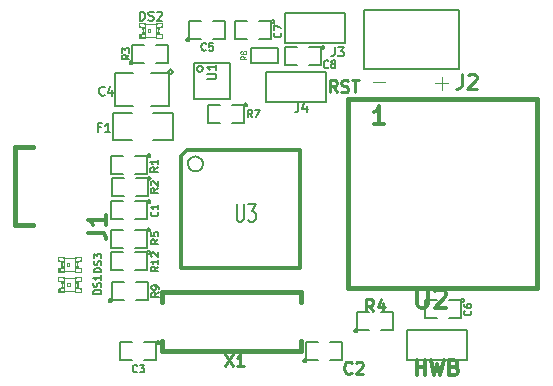
<source format=gto>
G04 (created by PCBNEW-RS274X (2012-01-19 BZR 3256)-stable) date 12/5/2012 9:45:34 AM*
G01*
G70*
G90*
%MOIN*%
G04 Gerber Fmt 3.4, Leading zero omitted, Abs format*
%FSLAX34Y34*%
G04 APERTURE LIST*
%ADD10C,0.006000*%
%ADD11C,0.012500*%
%ADD12C,0.010000*%
%ADD13C,0.008000*%
%ADD14C,0.005000*%
%ADD15C,0.015000*%
%ADD16C,0.012000*%
%ADD17C,0.002600*%
%ADD18C,0.004000*%
%ADD19C,0.002000*%
%ADD20C,0.003500*%
%ADD21C,0.004500*%
G04 APERTURE END LIST*
G54D10*
G54D11*
X69872Y-44782D02*
X69872Y-44282D01*
X69872Y-44520D02*
X70158Y-44520D01*
X70158Y-44782D02*
X70158Y-44282D01*
X70348Y-44282D02*
X70467Y-44782D01*
X70563Y-44425D01*
X70658Y-44782D01*
X70777Y-44282D01*
X71134Y-44520D02*
X71205Y-44544D01*
X71229Y-44568D01*
X71253Y-44616D01*
X71253Y-44687D01*
X71229Y-44735D01*
X71205Y-44759D01*
X71158Y-44782D01*
X70967Y-44782D01*
X70967Y-44282D01*
X71134Y-44282D01*
X71181Y-44306D01*
X71205Y-44330D01*
X71229Y-44378D01*
X71229Y-44425D01*
X71205Y-44473D01*
X71181Y-44497D01*
X71134Y-44520D01*
X70967Y-44520D01*
G54D12*
X67212Y-35358D02*
X67078Y-35167D01*
X66983Y-35358D02*
X66983Y-34958D01*
X67136Y-34958D01*
X67174Y-34977D01*
X67193Y-34996D01*
X67212Y-35034D01*
X67212Y-35091D01*
X67193Y-35129D01*
X67174Y-35148D01*
X67136Y-35167D01*
X66983Y-35167D01*
X67364Y-35339D02*
X67421Y-35358D01*
X67517Y-35358D01*
X67555Y-35339D01*
X67574Y-35320D01*
X67593Y-35282D01*
X67593Y-35244D01*
X67574Y-35206D01*
X67555Y-35186D01*
X67517Y-35167D01*
X67440Y-35148D01*
X67402Y-35129D01*
X67383Y-35110D01*
X67364Y-35072D01*
X67364Y-35034D01*
X67383Y-34996D01*
X67402Y-34977D01*
X67440Y-34958D01*
X67536Y-34958D01*
X67593Y-34977D01*
X67707Y-34958D02*
X67936Y-34958D01*
X67821Y-35358D02*
X67821Y-34958D01*
G54D13*
X68126Y-32616D02*
X71274Y-32616D01*
X71274Y-32616D02*
X71274Y-34584D01*
X68126Y-34584D02*
X68126Y-32616D01*
X71274Y-34584D02*
X68126Y-34584D01*
G54D14*
X68815Y-32616D02*
X70585Y-32616D01*
X71274Y-33796D02*
X71274Y-34584D01*
X71274Y-34584D02*
X70388Y-34584D01*
X69012Y-34584D02*
X68126Y-34584D01*
X68126Y-34584D02*
X68126Y-33796D01*
G54D13*
X62742Y-34572D02*
X62740Y-34591D01*
X62734Y-34610D01*
X62725Y-34627D01*
X62712Y-34642D01*
X62697Y-34654D01*
X62680Y-34664D01*
X62662Y-34669D01*
X62642Y-34671D01*
X62624Y-34670D01*
X62605Y-34664D01*
X62588Y-34655D01*
X62573Y-34643D01*
X62560Y-34628D01*
X62551Y-34611D01*
X62545Y-34592D01*
X62543Y-34573D01*
X62544Y-34554D01*
X62550Y-34536D01*
X62558Y-34518D01*
X62571Y-34503D01*
X62585Y-34490D01*
X62602Y-34481D01*
X62621Y-34475D01*
X62640Y-34473D01*
X62659Y-34474D01*
X62678Y-34479D01*
X62695Y-34488D01*
X62710Y-34500D01*
X62723Y-34515D01*
X62733Y-34532D01*
X62739Y-34550D01*
X62741Y-34570D01*
X62742Y-34572D01*
X62442Y-35572D02*
X62442Y-34372D01*
X62442Y-34372D02*
X63642Y-34372D01*
X63642Y-34372D02*
X63642Y-35572D01*
X63642Y-35572D02*
X62442Y-35572D01*
G54D15*
X56500Y-37201D02*
X57091Y-37201D01*
X56500Y-39799D02*
X57091Y-39799D01*
X56500Y-37201D02*
X56500Y-39799D01*
G54D14*
X61000Y-37470D02*
X60999Y-37479D01*
X60996Y-37489D01*
X60991Y-37497D01*
X60985Y-37505D01*
X60977Y-37511D01*
X60969Y-37516D01*
X60960Y-37518D01*
X60950Y-37519D01*
X60941Y-37519D01*
X60932Y-37516D01*
X60923Y-37511D01*
X60916Y-37505D01*
X60909Y-37498D01*
X60905Y-37489D01*
X60902Y-37480D01*
X60901Y-37470D01*
X60901Y-37461D01*
X60904Y-37452D01*
X60908Y-37443D01*
X60915Y-37436D01*
X60922Y-37429D01*
X60930Y-37425D01*
X60940Y-37422D01*
X60949Y-37421D01*
X60958Y-37421D01*
X60968Y-37424D01*
X60976Y-37428D01*
X60984Y-37434D01*
X60990Y-37442D01*
X60995Y-37450D01*
X60998Y-37459D01*
X60999Y-37469D01*
X61000Y-37470D01*
X60500Y-37470D02*
X60900Y-37470D01*
X60900Y-37470D02*
X60900Y-38070D01*
X60900Y-38070D02*
X60500Y-38070D01*
X60100Y-38070D02*
X59700Y-38070D01*
X59700Y-38070D02*
X59700Y-37470D01*
X59700Y-37470D02*
X60100Y-37470D01*
X61003Y-38220D02*
X61002Y-38229D01*
X60999Y-38239D01*
X60994Y-38247D01*
X60988Y-38255D01*
X60980Y-38261D01*
X60972Y-38266D01*
X60963Y-38268D01*
X60953Y-38269D01*
X60944Y-38269D01*
X60935Y-38266D01*
X60926Y-38261D01*
X60919Y-38255D01*
X60912Y-38248D01*
X60908Y-38239D01*
X60905Y-38230D01*
X60904Y-38220D01*
X60904Y-38211D01*
X60907Y-38202D01*
X60911Y-38193D01*
X60918Y-38186D01*
X60925Y-38179D01*
X60933Y-38175D01*
X60943Y-38172D01*
X60952Y-38171D01*
X60961Y-38171D01*
X60971Y-38174D01*
X60979Y-38178D01*
X60987Y-38184D01*
X60993Y-38192D01*
X60998Y-38200D01*
X61001Y-38209D01*
X61002Y-38219D01*
X61003Y-38220D01*
X60503Y-38220D02*
X60903Y-38220D01*
X60903Y-38220D02*
X60903Y-38820D01*
X60903Y-38820D02*
X60503Y-38820D01*
X60103Y-38820D02*
X59703Y-38820D01*
X59703Y-38820D02*
X59703Y-38220D01*
X59703Y-38220D02*
X60103Y-38220D01*
X60402Y-34370D02*
X60401Y-34379D01*
X60398Y-34389D01*
X60393Y-34397D01*
X60387Y-34405D01*
X60379Y-34411D01*
X60371Y-34416D01*
X60362Y-34418D01*
X60352Y-34419D01*
X60343Y-34419D01*
X60334Y-34416D01*
X60325Y-34411D01*
X60318Y-34405D01*
X60311Y-34398D01*
X60307Y-34389D01*
X60304Y-34380D01*
X60303Y-34370D01*
X60303Y-34361D01*
X60306Y-34352D01*
X60310Y-34343D01*
X60317Y-34336D01*
X60324Y-34329D01*
X60332Y-34325D01*
X60342Y-34322D01*
X60351Y-34321D01*
X60360Y-34321D01*
X60370Y-34324D01*
X60378Y-34328D01*
X60386Y-34334D01*
X60392Y-34342D01*
X60397Y-34350D01*
X60400Y-34359D01*
X60401Y-34369D01*
X60402Y-34370D01*
X60802Y-34370D02*
X60402Y-34370D01*
X60402Y-34370D02*
X60402Y-33770D01*
X60402Y-33770D02*
X60802Y-33770D01*
X61202Y-33770D02*
X61602Y-33770D01*
X61602Y-33770D02*
X61602Y-34370D01*
X61602Y-34370D02*
X61202Y-34370D01*
X67900Y-43300D02*
X67899Y-43309D01*
X67896Y-43319D01*
X67891Y-43327D01*
X67885Y-43335D01*
X67877Y-43341D01*
X67869Y-43346D01*
X67860Y-43348D01*
X67850Y-43349D01*
X67841Y-43349D01*
X67832Y-43346D01*
X67823Y-43341D01*
X67816Y-43335D01*
X67809Y-43328D01*
X67805Y-43319D01*
X67802Y-43310D01*
X67801Y-43300D01*
X67801Y-43291D01*
X67804Y-43282D01*
X67808Y-43273D01*
X67815Y-43266D01*
X67822Y-43259D01*
X67830Y-43255D01*
X67840Y-43252D01*
X67849Y-43251D01*
X67858Y-43251D01*
X67868Y-43254D01*
X67876Y-43258D01*
X67884Y-43264D01*
X67890Y-43272D01*
X67895Y-43280D01*
X67898Y-43289D01*
X67899Y-43299D01*
X67900Y-43300D01*
X68300Y-43300D02*
X67900Y-43300D01*
X67900Y-43300D02*
X67900Y-42700D01*
X67900Y-42700D02*
X68300Y-42700D01*
X68700Y-42700D02*
X69100Y-42700D01*
X69100Y-42700D02*
X69100Y-43300D01*
X69100Y-43300D02*
X68700Y-43300D01*
X60991Y-39944D02*
X60990Y-39953D01*
X60987Y-39963D01*
X60982Y-39971D01*
X60976Y-39979D01*
X60968Y-39985D01*
X60960Y-39990D01*
X60951Y-39992D01*
X60941Y-39993D01*
X60932Y-39993D01*
X60923Y-39990D01*
X60914Y-39985D01*
X60907Y-39979D01*
X60900Y-39972D01*
X60896Y-39963D01*
X60893Y-39954D01*
X60892Y-39944D01*
X60892Y-39935D01*
X60895Y-39926D01*
X60899Y-39917D01*
X60906Y-39910D01*
X60913Y-39903D01*
X60921Y-39899D01*
X60931Y-39896D01*
X60940Y-39895D01*
X60949Y-39895D01*
X60959Y-39898D01*
X60967Y-39902D01*
X60975Y-39908D01*
X60981Y-39916D01*
X60986Y-39924D01*
X60989Y-39933D01*
X60990Y-39943D01*
X60991Y-39944D01*
X60491Y-39944D02*
X60891Y-39944D01*
X60891Y-39944D02*
X60891Y-40544D01*
X60891Y-40544D02*
X60491Y-40544D01*
X60091Y-40544D02*
X59691Y-40544D01*
X59691Y-40544D02*
X59691Y-39944D01*
X59691Y-39944D02*
X60091Y-39944D01*
X64220Y-35780D02*
X64219Y-35789D01*
X64216Y-35799D01*
X64211Y-35807D01*
X64205Y-35815D01*
X64197Y-35821D01*
X64189Y-35826D01*
X64180Y-35828D01*
X64170Y-35829D01*
X64161Y-35829D01*
X64152Y-35826D01*
X64143Y-35821D01*
X64136Y-35815D01*
X64129Y-35808D01*
X64125Y-35799D01*
X64122Y-35790D01*
X64121Y-35780D01*
X64121Y-35771D01*
X64124Y-35762D01*
X64128Y-35753D01*
X64135Y-35746D01*
X64142Y-35739D01*
X64150Y-35735D01*
X64160Y-35732D01*
X64169Y-35731D01*
X64178Y-35731D01*
X64188Y-35734D01*
X64196Y-35738D01*
X64204Y-35744D01*
X64210Y-35752D01*
X64215Y-35760D01*
X64218Y-35769D01*
X64219Y-35779D01*
X64220Y-35780D01*
X63720Y-35780D02*
X64120Y-35780D01*
X64120Y-35780D02*
X64120Y-36380D01*
X64120Y-36380D02*
X63720Y-36380D01*
X63320Y-36380D02*
X62920Y-36380D01*
X62920Y-36380D02*
X62920Y-35780D01*
X62920Y-35780D02*
X63320Y-35780D01*
X59705Y-42294D02*
X59704Y-42303D01*
X59701Y-42313D01*
X59696Y-42321D01*
X59690Y-42329D01*
X59682Y-42335D01*
X59674Y-42340D01*
X59665Y-42342D01*
X59655Y-42343D01*
X59646Y-42343D01*
X59637Y-42340D01*
X59628Y-42335D01*
X59621Y-42329D01*
X59614Y-42322D01*
X59610Y-42313D01*
X59607Y-42304D01*
X59606Y-42294D01*
X59606Y-42285D01*
X59609Y-42276D01*
X59613Y-42267D01*
X59620Y-42260D01*
X59627Y-42253D01*
X59635Y-42249D01*
X59645Y-42246D01*
X59654Y-42245D01*
X59663Y-42245D01*
X59673Y-42248D01*
X59681Y-42252D01*
X59689Y-42258D01*
X59695Y-42266D01*
X59700Y-42274D01*
X59703Y-42283D01*
X59704Y-42293D01*
X59705Y-42294D01*
X60105Y-42294D02*
X59705Y-42294D01*
X59705Y-42294D02*
X59705Y-41694D01*
X59705Y-41694D02*
X60105Y-41694D01*
X60505Y-41694D02*
X60905Y-41694D01*
X60905Y-41694D02*
X60905Y-42294D01*
X60905Y-42294D02*
X60505Y-42294D01*
G54D16*
X65970Y-37280D02*
X65970Y-41220D01*
X65970Y-41220D02*
X62030Y-41220D01*
X62030Y-37470D02*
X62030Y-41220D01*
X62220Y-37280D02*
X65970Y-37280D01*
X62030Y-37470D02*
X62220Y-37280D01*
G54D13*
X62750Y-37750D02*
X62745Y-37798D01*
X62731Y-37845D01*
X62708Y-37888D01*
X62677Y-37926D01*
X62639Y-37957D01*
X62596Y-37980D01*
X62550Y-37994D01*
X62501Y-37999D01*
X62454Y-37995D01*
X62407Y-37981D01*
X62364Y-37959D01*
X62326Y-37928D01*
X62294Y-37891D01*
X62271Y-37848D01*
X62256Y-37801D01*
X62251Y-37753D01*
X62255Y-37705D01*
X62268Y-37658D01*
X62290Y-37615D01*
X62321Y-37577D01*
X62358Y-37545D01*
X62400Y-37521D01*
X62447Y-37506D01*
X62495Y-37501D01*
X62543Y-37504D01*
X62590Y-37517D01*
X62633Y-37539D01*
X62672Y-37569D01*
X62704Y-37606D01*
X62728Y-37649D01*
X62743Y-37695D01*
X62749Y-37744D01*
X62750Y-37750D01*
G54D17*
X60806Y-33182D02*
X60806Y-33054D01*
X60806Y-33054D02*
X60609Y-33054D01*
X60609Y-33182D02*
X60609Y-33054D01*
X60806Y-33182D02*
X60609Y-33182D01*
X60806Y-33427D02*
X60806Y-33368D01*
X60806Y-33368D02*
X60707Y-33368D01*
X60707Y-33427D02*
X60707Y-33368D01*
X60806Y-33427D02*
X60707Y-33427D01*
X60806Y-33232D02*
X60806Y-33173D01*
X60806Y-33173D02*
X60707Y-33173D01*
X60707Y-33232D02*
X60707Y-33173D01*
X60806Y-33232D02*
X60707Y-33232D01*
X60806Y-33378D02*
X60806Y-33222D01*
X60806Y-33222D02*
X60737Y-33222D01*
X60737Y-33378D02*
X60737Y-33222D01*
X60806Y-33378D02*
X60737Y-33378D01*
X61395Y-33182D02*
X61395Y-33054D01*
X61395Y-33054D02*
X61198Y-33054D01*
X61198Y-33182D02*
X61198Y-33054D01*
X61395Y-33182D02*
X61198Y-33182D01*
X61395Y-33546D02*
X61395Y-33418D01*
X61395Y-33418D02*
X61198Y-33418D01*
X61198Y-33546D02*
X61198Y-33418D01*
X61395Y-33546D02*
X61198Y-33546D01*
X61297Y-33232D02*
X61297Y-33173D01*
X61297Y-33173D02*
X61198Y-33173D01*
X61198Y-33232D02*
X61198Y-33173D01*
X61297Y-33232D02*
X61198Y-33232D01*
X61297Y-33427D02*
X61297Y-33368D01*
X61297Y-33368D02*
X61198Y-33368D01*
X61198Y-33427D02*
X61198Y-33368D01*
X61297Y-33427D02*
X61198Y-33427D01*
X61267Y-33378D02*
X61267Y-33222D01*
X61267Y-33222D02*
X61198Y-33222D01*
X61198Y-33378D02*
X61198Y-33222D01*
X61267Y-33378D02*
X61198Y-33378D01*
X61002Y-33339D02*
X61002Y-33261D01*
X61002Y-33261D02*
X60924Y-33261D01*
X60924Y-33339D02*
X60924Y-33261D01*
X61002Y-33339D02*
X60924Y-33339D01*
X60806Y-33536D02*
X60806Y-33418D01*
X60806Y-33418D02*
X60688Y-33418D01*
X60688Y-33536D02*
X60688Y-33418D01*
X60806Y-33536D02*
X60688Y-33536D01*
X60638Y-33546D02*
X60638Y-33457D01*
X60638Y-33457D02*
X60609Y-33457D01*
X60609Y-33546D02*
X60609Y-33457D01*
X60638Y-33546D02*
X60609Y-33546D01*
G54D18*
X60796Y-33074D02*
X61208Y-33074D01*
X61198Y-33526D02*
X60638Y-33526D01*
G54D19*
X60696Y-33477D02*
X60695Y-33482D01*
X60693Y-33487D01*
X60691Y-33492D01*
X60687Y-33496D01*
X60683Y-33500D01*
X60678Y-33502D01*
X60673Y-33504D01*
X60668Y-33504D01*
X60663Y-33504D01*
X60658Y-33502D01*
X60653Y-33500D01*
X60649Y-33497D01*
X60645Y-33492D01*
X60643Y-33488D01*
X60641Y-33482D01*
X60641Y-33477D01*
X60641Y-33472D01*
X60642Y-33467D01*
X60645Y-33462D01*
X60648Y-33458D01*
X60653Y-33455D01*
X60657Y-33452D01*
X60662Y-33450D01*
X60668Y-33450D01*
X60672Y-33450D01*
X60678Y-33451D01*
X60683Y-33454D01*
X60687Y-33457D01*
X60690Y-33461D01*
X60693Y-33466D01*
X60695Y-33471D01*
X60695Y-33477D01*
X60696Y-33477D01*
G54D18*
X60609Y-33437D02*
X60620Y-33436D01*
X60632Y-33434D01*
X60644Y-33432D01*
X60655Y-33428D01*
X60666Y-33424D01*
X60677Y-33418D01*
X60687Y-33412D01*
X60697Y-33404D01*
X60705Y-33396D01*
X60713Y-33388D01*
X60721Y-33378D01*
X60727Y-33368D01*
X60733Y-33357D01*
X60737Y-33346D01*
X60741Y-33335D01*
X60743Y-33323D01*
X60745Y-33311D01*
X60746Y-33300D01*
X60745Y-33289D01*
X60743Y-33277D01*
X60741Y-33265D01*
X60737Y-33254D01*
X60733Y-33243D01*
X60727Y-33232D01*
X60721Y-33222D01*
X60713Y-33212D01*
X60705Y-33204D01*
X60697Y-33196D01*
X60687Y-33188D01*
X60677Y-33182D01*
X60666Y-33176D01*
X60655Y-33172D01*
X60644Y-33168D01*
X60632Y-33166D01*
X60620Y-33164D01*
X60609Y-33163D01*
X61395Y-33163D02*
X61384Y-33164D01*
X61372Y-33166D01*
X61360Y-33168D01*
X61349Y-33172D01*
X61338Y-33176D01*
X61327Y-33182D01*
X61317Y-33188D01*
X61307Y-33196D01*
X61299Y-33204D01*
X61291Y-33212D01*
X61283Y-33222D01*
X61277Y-33232D01*
X61271Y-33243D01*
X61267Y-33254D01*
X61263Y-33265D01*
X61261Y-33277D01*
X61259Y-33289D01*
X61258Y-33300D01*
X61259Y-33311D01*
X61261Y-33323D01*
X61263Y-33335D01*
X61267Y-33346D01*
X61271Y-33357D01*
X61277Y-33368D01*
X61283Y-33378D01*
X61291Y-33388D01*
X61299Y-33396D01*
X61307Y-33404D01*
X61317Y-33412D01*
X61327Y-33418D01*
X61338Y-33424D01*
X61349Y-33428D01*
X61360Y-33432D01*
X61372Y-33434D01*
X61384Y-33436D01*
X61395Y-33437D01*
G54D14*
X60991Y-40691D02*
X60990Y-40700D01*
X60987Y-40710D01*
X60982Y-40718D01*
X60976Y-40726D01*
X60968Y-40732D01*
X60960Y-40737D01*
X60951Y-40739D01*
X60941Y-40740D01*
X60932Y-40740D01*
X60923Y-40737D01*
X60914Y-40732D01*
X60907Y-40726D01*
X60900Y-40719D01*
X60896Y-40710D01*
X60893Y-40701D01*
X60892Y-40691D01*
X60892Y-40682D01*
X60895Y-40673D01*
X60899Y-40664D01*
X60906Y-40657D01*
X60913Y-40650D01*
X60921Y-40646D01*
X60931Y-40643D01*
X60940Y-40642D01*
X60949Y-40642D01*
X60959Y-40645D01*
X60967Y-40649D01*
X60975Y-40655D01*
X60981Y-40663D01*
X60986Y-40671D01*
X60989Y-40680D01*
X60990Y-40690D01*
X60991Y-40691D01*
X60491Y-40691D02*
X60891Y-40691D01*
X60891Y-40691D02*
X60891Y-41291D01*
X60891Y-41291D02*
X60491Y-41291D01*
X60091Y-41291D02*
X59691Y-41291D01*
X59691Y-41291D02*
X59691Y-40691D01*
X59691Y-40691D02*
X60091Y-40691D01*
G54D10*
X65500Y-33725D02*
X65500Y-32725D01*
X65500Y-32725D02*
X67500Y-32725D01*
X67500Y-32725D02*
X67500Y-33725D01*
X67500Y-33725D02*
X65500Y-33725D01*
G54D14*
X61000Y-39000D02*
X60999Y-39009D01*
X60996Y-39019D01*
X60991Y-39027D01*
X60985Y-39035D01*
X60977Y-39041D01*
X60969Y-39046D01*
X60960Y-39048D01*
X60950Y-39049D01*
X60941Y-39049D01*
X60932Y-39046D01*
X60923Y-39041D01*
X60916Y-39035D01*
X60909Y-39028D01*
X60905Y-39019D01*
X60902Y-39010D01*
X60901Y-39000D01*
X60901Y-38991D01*
X60904Y-38982D01*
X60908Y-38973D01*
X60915Y-38966D01*
X60922Y-38959D01*
X60930Y-38955D01*
X60940Y-38952D01*
X60949Y-38951D01*
X60958Y-38951D01*
X60968Y-38954D01*
X60976Y-38958D01*
X60984Y-38964D01*
X60990Y-38972D01*
X60995Y-38980D01*
X60998Y-38989D01*
X60999Y-38999D01*
X61000Y-39000D01*
X60500Y-39000D02*
X60900Y-39000D01*
X60900Y-39000D02*
X60900Y-39600D01*
X60900Y-39600D02*
X60500Y-39600D01*
X60100Y-39600D02*
X59700Y-39600D01*
X59700Y-39600D02*
X59700Y-39000D01*
X59700Y-39000D02*
X60100Y-39000D01*
X66200Y-44300D02*
X66199Y-44309D01*
X66196Y-44319D01*
X66191Y-44327D01*
X66185Y-44335D01*
X66177Y-44341D01*
X66169Y-44346D01*
X66160Y-44348D01*
X66150Y-44349D01*
X66141Y-44349D01*
X66132Y-44346D01*
X66123Y-44341D01*
X66116Y-44335D01*
X66109Y-44328D01*
X66105Y-44319D01*
X66102Y-44310D01*
X66101Y-44300D01*
X66101Y-44291D01*
X66104Y-44282D01*
X66108Y-44273D01*
X66115Y-44266D01*
X66122Y-44259D01*
X66130Y-44255D01*
X66140Y-44252D01*
X66149Y-44251D01*
X66158Y-44251D01*
X66168Y-44254D01*
X66176Y-44258D01*
X66184Y-44264D01*
X66190Y-44272D01*
X66195Y-44280D01*
X66198Y-44289D01*
X66199Y-44299D01*
X66200Y-44300D01*
X66600Y-44300D02*
X66200Y-44300D01*
X66200Y-44300D02*
X66200Y-43700D01*
X66200Y-43700D02*
X66600Y-43700D01*
X67000Y-43700D02*
X67400Y-43700D01*
X67400Y-43700D02*
X67400Y-44300D01*
X67400Y-44300D02*
X67000Y-44300D01*
X61300Y-43700D02*
X61299Y-43709D01*
X61296Y-43719D01*
X61291Y-43727D01*
X61285Y-43735D01*
X61277Y-43741D01*
X61269Y-43746D01*
X61260Y-43748D01*
X61250Y-43749D01*
X61241Y-43749D01*
X61232Y-43746D01*
X61223Y-43741D01*
X61216Y-43735D01*
X61209Y-43728D01*
X61205Y-43719D01*
X61202Y-43710D01*
X61201Y-43700D01*
X61201Y-43691D01*
X61204Y-43682D01*
X61208Y-43673D01*
X61215Y-43666D01*
X61222Y-43659D01*
X61230Y-43655D01*
X61240Y-43652D01*
X61249Y-43651D01*
X61258Y-43651D01*
X61268Y-43654D01*
X61276Y-43658D01*
X61284Y-43664D01*
X61290Y-43672D01*
X61295Y-43680D01*
X61298Y-43689D01*
X61299Y-43699D01*
X61300Y-43700D01*
X60800Y-43700D02*
X61200Y-43700D01*
X61200Y-43700D02*
X61200Y-44300D01*
X61200Y-44300D02*
X60800Y-44300D01*
X60400Y-44300D02*
X60000Y-44300D01*
X60000Y-44300D02*
X60000Y-43700D01*
X60000Y-43700D02*
X60400Y-43700D01*
X61740Y-34670D02*
X61738Y-34683D01*
X61734Y-34696D01*
X61728Y-34708D01*
X61719Y-34719D01*
X61709Y-34728D01*
X61697Y-34734D01*
X61684Y-34738D01*
X61670Y-34739D01*
X61657Y-34738D01*
X61644Y-34734D01*
X61632Y-34728D01*
X61622Y-34720D01*
X61613Y-34709D01*
X61606Y-34697D01*
X61602Y-34684D01*
X61601Y-34670D01*
X61602Y-34658D01*
X61605Y-34645D01*
X61612Y-34633D01*
X61620Y-34622D01*
X61631Y-34613D01*
X61642Y-34606D01*
X61655Y-34602D01*
X61669Y-34601D01*
X61682Y-34602D01*
X61695Y-34605D01*
X61707Y-34611D01*
X61718Y-34620D01*
X61727Y-34630D01*
X61733Y-34642D01*
X61738Y-34655D01*
X61739Y-34669D01*
X61740Y-34670D01*
X61020Y-35820D02*
X61620Y-35820D01*
X61620Y-35820D02*
X61620Y-34720D01*
X61620Y-34720D02*
X61020Y-34720D01*
X60420Y-34720D02*
X59820Y-34720D01*
X59820Y-34720D02*
X59820Y-35820D01*
X59820Y-35820D02*
X60420Y-35820D01*
X62300Y-33600D02*
X62299Y-33609D01*
X62296Y-33619D01*
X62291Y-33627D01*
X62285Y-33635D01*
X62277Y-33641D01*
X62269Y-33646D01*
X62260Y-33648D01*
X62250Y-33649D01*
X62241Y-33649D01*
X62232Y-33646D01*
X62223Y-33641D01*
X62216Y-33635D01*
X62209Y-33628D01*
X62205Y-33619D01*
X62202Y-33610D01*
X62201Y-33600D01*
X62201Y-33591D01*
X62204Y-33582D01*
X62208Y-33573D01*
X62215Y-33566D01*
X62222Y-33559D01*
X62230Y-33555D01*
X62240Y-33552D01*
X62249Y-33551D01*
X62258Y-33551D01*
X62268Y-33554D01*
X62276Y-33558D01*
X62284Y-33564D01*
X62290Y-33572D01*
X62295Y-33580D01*
X62298Y-33589D01*
X62299Y-33599D01*
X62300Y-33600D01*
X62700Y-33600D02*
X62300Y-33600D01*
X62300Y-33600D02*
X62300Y-33000D01*
X62300Y-33000D02*
X62700Y-33000D01*
X63100Y-33000D02*
X63500Y-33000D01*
X63500Y-33000D02*
X63500Y-33600D01*
X63500Y-33600D02*
X63100Y-33600D01*
X71450Y-42300D02*
X71449Y-42309D01*
X71446Y-42319D01*
X71441Y-42327D01*
X71435Y-42335D01*
X71427Y-42341D01*
X71419Y-42346D01*
X71410Y-42348D01*
X71400Y-42349D01*
X71391Y-42349D01*
X71382Y-42346D01*
X71373Y-42341D01*
X71366Y-42335D01*
X71359Y-42328D01*
X71355Y-42319D01*
X71352Y-42310D01*
X71351Y-42300D01*
X71351Y-42291D01*
X71354Y-42282D01*
X71358Y-42273D01*
X71365Y-42266D01*
X71372Y-42259D01*
X71380Y-42255D01*
X71390Y-42252D01*
X71399Y-42251D01*
X71408Y-42251D01*
X71418Y-42254D01*
X71426Y-42258D01*
X71434Y-42264D01*
X71440Y-42272D01*
X71445Y-42280D01*
X71448Y-42289D01*
X71449Y-42299D01*
X71450Y-42300D01*
X70950Y-42300D02*
X71350Y-42300D01*
X71350Y-42300D02*
X71350Y-42900D01*
X71350Y-42900D02*
X70950Y-42900D01*
X70550Y-42900D02*
X70150Y-42900D01*
X70150Y-42900D02*
X70150Y-42300D01*
X70150Y-42300D02*
X70550Y-42300D01*
X65125Y-33000D02*
X65124Y-33009D01*
X65121Y-33019D01*
X65116Y-33027D01*
X65110Y-33035D01*
X65102Y-33041D01*
X65094Y-33046D01*
X65085Y-33048D01*
X65075Y-33049D01*
X65066Y-33049D01*
X65057Y-33046D01*
X65048Y-33041D01*
X65041Y-33035D01*
X65034Y-33028D01*
X65030Y-33019D01*
X65027Y-33010D01*
X65026Y-33000D01*
X65026Y-32991D01*
X65029Y-32982D01*
X65033Y-32973D01*
X65040Y-32966D01*
X65047Y-32959D01*
X65055Y-32955D01*
X65065Y-32952D01*
X65074Y-32951D01*
X65083Y-32951D01*
X65093Y-32954D01*
X65101Y-32958D01*
X65109Y-32964D01*
X65115Y-32972D01*
X65120Y-32980D01*
X65123Y-32989D01*
X65124Y-32999D01*
X65125Y-33000D01*
X64625Y-33000D02*
X65025Y-33000D01*
X65025Y-33000D02*
X65025Y-33600D01*
X65025Y-33600D02*
X64625Y-33600D01*
X64225Y-33600D02*
X63825Y-33600D01*
X63825Y-33600D02*
X63825Y-33000D01*
X63825Y-33000D02*
X64225Y-33000D01*
X66801Y-33853D02*
X66800Y-33862D01*
X66797Y-33872D01*
X66792Y-33880D01*
X66786Y-33888D01*
X66778Y-33894D01*
X66770Y-33899D01*
X66761Y-33901D01*
X66751Y-33902D01*
X66742Y-33902D01*
X66733Y-33899D01*
X66724Y-33894D01*
X66717Y-33888D01*
X66710Y-33881D01*
X66706Y-33872D01*
X66703Y-33863D01*
X66702Y-33853D01*
X66702Y-33844D01*
X66705Y-33835D01*
X66709Y-33826D01*
X66716Y-33819D01*
X66723Y-33812D01*
X66731Y-33808D01*
X66741Y-33805D01*
X66750Y-33804D01*
X66759Y-33804D01*
X66769Y-33807D01*
X66777Y-33811D01*
X66785Y-33817D01*
X66791Y-33825D01*
X66796Y-33833D01*
X66799Y-33842D01*
X66800Y-33852D01*
X66801Y-33853D01*
X66301Y-33853D02*
X66701Y-33853D01*
X66701Y-33853D02*
X66701Y-34453D01*
X66701Y-34453D02*
X66301Y-34453D01*
X65901Y-34453D02*
X65501Y-34453D01*
X65501Y-34453D02*
X65501Y-33853D01*
X65501Y-33853D02*
X65901Y-33853D01*
X61746Y-36941D02*
X61746Y-36041D01*
X61746Y-36041D02*
X61096Y-36041D01*
X60396Y-36941D02*
X59746Y-36941D01*
X59746Y-36941D02*
X59746Y-36041D01*
X59746Y-36041D02*
X60396Y-36041D01*
X61096Y-36941D02*
X61746Y-36941D01*
G54D15*
X66003Y-42016D02*
X61397Y-42016D01*
X61397Y-43984D02*
X66003Y-43984D01*
X61397Y-42016D02*
X61397Y-42350D01*
X61397Y-43984D02*
X61397Y-43650D01*
X66003Y-42016D02*
X66003Y-42350D01*
X66003Y-43984D02*
X66003Y-43650D01*
G54D17*
X58104Y-40982D02*
X58104Y-40854D01*
X58104Y-40854D02*
X57907Y-40854D01*
X57907Y-40982D02*
X57907Y-40854D01*
X58104Y-40982D02*
X57907Y-40982D01*
X58104Y-41227D02*
X58104Y-41168D01*
X58104Y-41168D02*
X58005Y-41168D01*
X58005Y-41227D02*
X58005Y-41168D01*
X58104Y-41227D02*
X58005Y-41227D01*
X58104Y-41032D02*
X58104Y-40973D01*
X58104Y-40973D02*
X58005Y-40973D01*
X58005Y-41032D02*
X58005Y-40973D01*
X58104Y-41032D02*
X58005Y-41032D01*
X58104Y-41178D02*
X58104Y-41022D01*
X58104Y-41022D02*
X58035Y-41022D01*
X58035Y-41178D02*
X58035Y-41022D01*
X58104Y-41178D02*
X58035Y-41178D01*
X58693Y-40982D02*
X58693Y-40854D01*
X58693Y-40854D02*
X58496Y-40854D01*
X58496Y-40982D02*
X58496Y-40854D01*
X58693Y-40982D02*
X58496Y-40982D01*
X58693Y-41346D02*
X58693Y-41218D01*
X58693Y-41218D02*
X58496Y-41218D01*
X58496Y-41346D02*
X58496Y-41218D01*
X58693Y-41346D02*
X58496Y-41346D01*
X58595Y-41032D02*
X58595Y-40973D01*
X58595Y-40973D02*
X58496Y-40973D01*
X58496Y-41032D02*
X58496Y-40973D01*
X58595Y-41032D02*
X58496Y-41032D01*
X58595Y-41227D02*
X58595Y-41168D01*
X58595Y-41168D02*
X58496Y-41168D01*
X58496Y-41227D02*
X58496Y-41168D01*
X58595Y-41227D02*
X58496Y-41227D01*
X58565Y-41178D02*
X58565Y-41022D01*
X58565Y-41022D02*
X58496Y-41022D01*
X58496Y-41178D02*
X58496Y-41022D01*
X58565Y-41178D02*
X58496Y-41178D01*
X58300Y-41139D02*
X58300Y-41061D01*
X58300Y-41061D02*
X58222Y-41061D01*
X58222Y-41139D02*
X58222Y-41061D01*
X58300Y-41139D02*
X58222Y-41139D01*
X58104Y-41336D02*
X58104Y-41218D01*
X58104Y-41218D02*
X57986Y-41218D01*
X57986Y-41336D02*
X57986Y-41218D01*
X58104Y-41336D02*
X57986Y-41336D01*
X57936Y-41346D02*
X57936Y-41257D01*
X57936Y-41257D02*
X57907Y-41257D01*
X57907Y-41346D02*
X57907Y-41257D01*
X57936Y-41346D02*
X57907Y-41346D01*
G54D18*
X58094Y-40874D02*
X58506Y-40874D01*
X58496Y-41326D02*
X57936Y-41326D01*
G54D19*
X57994Y-41277D02*
X57993Y-41282D01*
X57991Y-41287D01*
X57989Y-41292D01*
X57985Y-41296D01*
X57981Y-41300D01*
X57976Y-41302D01*
X57971Y-41304D01*
X57966Y-41304D01*
X57961Y-41304D01*
X57956Y-41302D01*
X57951Y-41300D01*
X57947Y-41297D01*
X57943Y-41292D01*
X57941Y-41288D01*
X57939Y-41282D01*
X57939Y-41277D01*
X57939Y-41272D01*
X57940Y-41267D01*
X57943Y-41262D01*
X57946Y-41258D01*
X57951Y-41255D01*
X57955Y-41252D01*
X57960Y-41250D01*
X57966Y-41250D01*
X57970Y-41250D01*
X57976Y-41251D01*
X57981Y-41254D01*
X57985Y-41257D01*
X57988Y-41261D01*
X57991Y-41266D01*
X57993Y-41271D01*
X57993Y-41277D01*
X57994Y-41277D01*
G54D18*
X57907Y-41237D02*
X57918Y-41236D01*
X57930Y-41234D01*
X57942Y-41232D01*
X57953Y-41228D01*
X57964Y-41224D01*
X57975Y-41218D01*
X57985Y-41212D01*
X57995Y-41204D01*
X58003Y-41196D01*
X58011Y-41188D01*
X58019Y-41178D01*
X58025Y-41168D01*
X58031Y-41157D01*
X58035Y-41146D01*
X58039Y-41135D01*
X58041Y-41123D01*
X58043Y-41111D01*
X58044Y-41100D01*
X58043Y-41089D01*
X58041Y-41077D01*
X58039Y-41065D01*
X58035Y-41054D01*
X58031Y-41043D01*
X58025Y-41032D01*
X58019Y-41022D01*
X58011Y-41012D01*
X58003Y-41004D01*
X57995Y-40996D01*
X57985Y-40988D01*
X57975Y-40982D01*
X57964Y-40976D01*
X57953Y-40972D01*
X57942Y-40968D01*
X57930Y-40966D01*
X57918Y-40964D01*
X57907Y-40963D01*
X58693Y-40963D02*
X58682Y-40964D01*
X58670Y-40966D01*
X58658Y-40968D01*
X58647Y-40972D01*
X58636Y-40976D01*
X58625Y-40982D01*
X58615Y-40988D01*
X58605Y-40996D01*
X58597Y-41004D01*
X58589Y-41012D01*
X58581Y-41022D01*
X58575Y-41032D01*
X58569Y-41043D01*
X58565Y-41054D01*
X58561Y-41065D01*
X58559Y-41077D01*
X58557Y-41089D01*
X58556Y-41100D01*
X58557Y-41111D01*
X58559Y-41123D01*
X58561Y-41135D01*
X58565Y-41146D01*
X58569Y-41157D01*
X58575Y-41168D01*
X58581Y-41178D01*
X58589Y-41188D01*
X58597Y-41196D01*
X58605Y-41204D01*
X58615Y-41212D01*
X58625Y-41218D01*
X58636Y-41224D01*
X58647Y-41228D01*
X58658Y-41232D01*
X58670Y-41234D01*
X58682Y-41236D01*
X58693Y-41237D01*
G54D17*
X58109Y-41654D02*
X58109Y-41526D01*
X58109Y-41526D02*
X57912Y-41526D01*
X57912Y-41654D02*
X57912Y-41526D01*
X58109Y-41654D02*
X57912Y-41654D01*
X58109Y-41899D02*
X58109Y-41840D01*
X58109Y-41840D02*
X58010Y-41840D01*
X58010Y-41899D02*
X58010Y-41840D01*
X58109Y-41899D02*
X58010Y-41899D01*
X58109Y-41704D02*
X58109Y-41645D01*
X58109Y-41645D02*
X58010Y-41645D01*
X58010Y-41704D02*
X58010Y-41645D01*
X58109Y-41704D02*
X58010Y-41704D01*
X58109Y-41850D02*
X58109Y-41694D01*
X58109Y-41694D02*
X58040Y-41694D01*
X58040Y-41850D02*
X58040Y-41694D01*
X58109Y-41850D02*
X58040Y-41850D01*
X58698Y-41654D02*
X58698Y-41526D01*
X58698Y-41526D02*
X58501Y-41526D01*
X58501Y-41654D02*
X58501Y-41526D01*
X58698Y-41654D02*
X58501Y-41654D01*
X58698Y-42018D02*
X58698Y-41890D01*
X58698Y-41890D02*
X58501Y-41890D01*
X58501Y-42018D02*
X58501Y-41890D01*
X58698Y-42018D02*
X58501Y-42018D01*
X58600Y-41704D02*
X58600Y-41645D01*
X58600Y-41645D02*
X58501Y-41645D01*
X58501Y-41704D02*
X58501Y-41645D01*
X58600Y-41704D02*
X58501Y-41704D01*
X58600Y-41899D02*
X58600Y-41840D01*
X58600Y-41840D02*
X58501Y-41840D01*
X58501Y-41899D02*
X58501Y-41840D01*
X58600Y-41899D02*
X58501Y-41899D01*
X58570Y-41850D02*
X58570Y-41694D01*
X58570Y-41694D02*
X58501Y-41694D01*
X58501Y-41850D02*
X58501Y-41694D01*
X58570Y-41850D02*
X58501Y-41850D01*
X58305Y-41811D02*
X58305Y-41733D01*
X58305Y-41733D02*
X58227Y-41733D01*
X58227Y-41811D02*
X58227Y-41733D01*
X58305Y-41811D02*
X58227Y-41811D01*
X58109Y-42008D02*
X58109Y-41890D01*
X58109Y-41890D02*
X57991Y-41890D01*
X57991Y-42008D02*
X57991Y-41890D01*
X58109Y-42008D02*
X57991Y-42008D01*
X57941Y-42018D02*
X57941Y-41929D01*
X57941Y-41929D02*
X57912Y-41929D01*
X57912Y-42018D02*
X57912Y-41929D01*
X57941Y-42018D02*
X57912Y-42018D01*
G54D18*
X58099Y-41546D02*
X58511Y-41546D01*
X58501Y-41998D02*
X57941Y-41998D01*
G54D19*
X57999Y-41949D02*
X57998Y-41954D01*
X57996Y-41959D01*
X57994Y-41964D01*
X57990Y-41968D01*
X57986Y-41972D01*
X57981Y-41974D01*
X57976Y-41976D01*
X57971Y-41976D01*
X57966Y-41976D01*
X57961Y-41974D01*
X57956Y-41972D01*
X57952Y-41969D01*
X57948Y-41964D01*
X57946Y-41960D01*
X57944Y-41954D01*
X57944Y-41949D01*
X57944Y-41944D01*
X57945Y-41939D01*
X57948Y-41934D01*
X57951Y-41930D01*
X57956Y-41927D01*
X57960Y-41924D01*
X57965Y-41922D01*
X57971Y-41922D01*
X57975Y-41922D01*
X57981Y-41923D01*
X57986Y-41926D01*
X57990Y-41929D01*
X57993Y-41933D01*
X57996Y-41938D01*
X57998Y-41943D01*
X57998Y-41949D01*
X57999Y-41949D01*
G54D18*
X57912Y-41909D02*
X57923Y-41908D01*
X57935Y-41906D01*
X57947Y-41904D01*
X57958Y-41900D01*
X57969Y-41896D01*
X57980Y-41890D01*
X57990Y-41884D01*
X58000Y-41876D01*
X58008Y-41868D01*
X58016Y-41860D01*
X58024Y-41850D01*
X58030Y-41840D01*
X58036Y-41829D01*
X58040Y-41818D01*
X58044Y-41807D01*
X58046Y-41795D01*
X58048Y-41783D01*
X58049Y-41772D01*
X58048Y-41761D01*
X58046Y-41749D01*
X58044Y-41737D01*
X58040Y-41726D01*
X58036Y-41715D01*
X58030Y-41704D01*
X58024Y-41694D01*
X58016Y-41684D01*
X58008Y-41676D01*
X58000Y-41668D01*
X57990Y-41660D01*
X57980Y-41654D01*
X57969Y-41648D01*
X57958Y-41644D01*
X57947Y-41640D01*
X57935Y-41638D01*
X57923Y-41636D01*
X57912Y-41635D01*
X58698Y-41635D02*
X58687Y-41636D01*
X58675Y-41638D01*
X58663Y-41640D01*
X58652Y-41644D01*
X58641Y-41648D01*
X58630Y-41654D01*
X58620Y-41660D01*
X58610Y-41668D01*
X58602Y-41676D01*
X58594Y-41684D01*
X58586Y-41694D01*
X58580Y-41704D01*
X58574Y-41715D01*
X58570Y-41726D01*
X58566Y-41737D01*
X58564Y-41749D01*
X58562Y-41761D01*
X58561Y-41772D01*
X58562Y-41783D01*
X58564Y-41795D01*
X58566Y-41807D01*
X58570Y-41818D01*
X58574Y-41829D01*
X58580Y-41840D01*
X58586Y-41850D01*
X58594Y-41860D01*
X58602Y-41868D01*
X58610Y-41876D01*
X58620Y-41884D01*
X58630Y-41890D01*
X58641Y-41896D01*
X58652Y-41900D01*
X58663Y-41904D01*
X58675Y-41906D01*
X58687Y-41908D01*
X58698Y-41909D01*
G54D10*
X66850Y-34670D02*
X66850Y-35670D01*
X66850Y-35670D02*
X64850Y-35670D01*
X64850Y-35670D02*
X64850Y-34670D01*
X64850Y-34670D02*
X66850Y-34670D01*
X69560Y-44270D02*
X69560Y-43270D01*
X69560Y-43270D02*
X71560Y-43270D01*
X71560Y-43270D02*
X71560Y-44270D01*
X71560Y-44270D02*
X69560Y-44270D01*
G54D14*
X64337Y-33887D02*
X65237Y-33887D01*
X65237Y-33887D02*
X65237Y-34387D01*
X65237Y-34387D02*
X64337Y-34387D01*
X64337Y-34387D02*
X64337Y-33887D01*
G54D15*
X67600Y-38750D02*
X67600Y-35600D01*
X67600Y-35600D02*
X73900Y-35600D01*
X73900Y-35600D02*
X73900Y-41112D01*
X73900Y-41112D02*
X73900Y-41900D01*
X73900Y-41900D02*
X67600Y-41900D01*
X67600Y-41900D02*
X67600Y-38750D01*
G54D12*
X71374Y-34752D02*
X71374Y-35110D01*
X71350Y-35181D01*
X71302Y-35229D01*
X71231Y-35252D01*
X71183Y-35252D01*
X71588Y-34800D02*
X71612Y-34776D01*
X71660Y-34752D01*
X71779Y-34752D01*
X71826Y-34776D01*
X71850Y-34800D01*
X71874Y-34848D01*
X71874Y-34895D01*
X71850Y-34967D01*
X71564Y-35252D01*
X71874Y-35252D01*
G54D20*
X70497Y-35063D02*
X70924Y-35063D01*
X70711Y-35277D02*
X70711Y-34850D01*
X68407Y-35033D02*
X68834Y-35033D01*
G54D10*
X62891Y-34919D02*
X63134Y-34919D01*
X63163Y-34904D01*
X63177Y-34890D01*
X63191Y-34861D01*
X63191Y-34804D01*
X63177Y-34776D01*
X63163Y-34761D01*
X63134Y-34747D01*
X62891Y-34747D01*
X63191Y-34447D02*
X63191Y-34619D01*
X63191Y-34533D02*
X62891Y-34533D01*
X62934Y-34562D01*
X62963Y-34590D01*
X62977Y-34619D01*
G54D16*
X58923Y-40040D02*
X59351Y-40040D01*
X59437Y-40068D01*
X59494Y-40125D01*
X59523Y-40211D01*
X59523Y-40268D01*
X59523Y-39440D02*
X59523Y-39783D01*
X59523Y-39611D02*
X58923Y-39611D01*
X59009Y-39668D01*
X59066Y-39726D01*
X59094Y-39783D01*
G54D14*
X61251Y-37862D02*
X61132Y-37945D01*
X61251Y-38004D02*
X61001Y-38004D01*
X61001Y-37909D01*
X61013Y-37885D01*
X61025Y-37874D01*
X61049Y-37862D01*
X61085Y-37862D01*
X61108Y-37874D01*
X61120Y-37885D01*
X61132Y-37909D01*
X61132Y-38004D01*
X61251Y-37624D02*
X61251Y-37766D01*
X61251Y-37695D02*
X61001Y-37695D01*
X61037Y-37719D01*
X61061Y-37743D01*
X61073Y-37766D01*
X61254Y-38562D02*
X61135Y-38645D01*
X61254Y-38704D02*
X61004Y-38704D01*
X61004Y-38609D01*
X61016Y-38585D01*
X61028Y-38574D01*
X61052Y-38562D01*
X61088Y-38562D01*
X61111Y-38574D01*
X61123Y-38585D01*
X61135Y-38609D01*
X61135Y-38704D01*
X61028Y-38466D02*
X61016Y-38454D01*
X61004Y-38431D01*
X61004Y-38371D01*
X61016Y-38347D01*
X61028Y-38335D01*
X61052Y-38324D01*
X61076Y-38324D01*
X61111Y-38335D01*
X61254Y-38478D01*
X61254Y-38324D01*
X60301Y-34122D02*
X60182Y-34205D01*
X60301Y-34264D02*
X60051Y-34264D01*
X60051Y-34169D01*
X60063Y-34145D01*
X60075Y-34134D01*
X60099Y-34122D01*
X60135Y-34122D01*
X60158Y-34134D01*
X60170Y-34145D01*
X60182Y-34169D01*
X60182Y-34264D01*
X60051Y-34038D02*
X60051Y-33884D01*
X60146Y-33967D01*
X60146Y-33931D01*
X60158Y-33907D01*
X60170Y-33895D01*
X60194Y-33884D01*
X60254Y-33884D01*
X60277Y-33895D01*
X60289Y-33907D01*
X60301Y-33931D01*
X60301Y-34003D01*
X60289Y-34026D01*
X60277Y-34038D01*
G54D12*
X68424Y-42662D02*
X68290Y-42471D01*
X68195Y-42662D02*
X68195Y-42262D01*
X68348Y-42262D01*
X68386Y-42281D01*
X68405Y-42300D01*
X68424Y-42338D01*
X68424Y-42395D01*
X68405Y-42433D01*
X68386Y-42452D01*
X68348Y-42471D01*
X68195Y-42471D01*
X68767Y-42395D02*
X68767Y-42662D01*
X68671Y-42243D02*
X68576Y-42529D01*
X68824Y-42529D01*
G54D14*
X61267Y-40261D02*
X61148Y-40344D01*
X61267Y-40403D02*
X61017Y-40403D01*
X61017Y-40308D01*
X61029Y-40284D01*
X61041Y-40273D01*
X61065Y-40261D01*
X61101Y-40261D01*
X61124Y-40273D01*
X61136Y-40284D01*
X61148Y-40308D01*
X61148Y-40403D01*
X61017Y-40034D02*
X61017Y-40153D01*
X61136Y-40165D01*
X61124Y-40153D01*
X61112Y-40130D01*
X61112Y-40070D01*
X61124Y-40046D01*
X61136Y-40034D01*
X61160Y-40023D01*
X61220Y-40023D01*
X61243Y-40034D01*
X61255Y-40046D01*
X61267Y-40070D01*
X61267Y-40130D01*
X61255Y-40153D01*
X61243Y-40165D01*
X64388Y-36191D02*
X64305Y-36072D01*
X64246Y-36191D02*
X64246Y-35941D01*
X64341Y-35941D01*
X64365Y-35953D01*
X64376Y-35965D01*
X64388Y-35989D01*
X64388Y-36025D01*
X64376Y-36048D01*
X64365Y-36060D01*
X64341Y-36072D01*
X64246Y-36072D01*
X64472Y-35941D02*
X64638Y-35941D01*
X64531Y-36191D01*
X61281Y-42032D02*
X61162Y-42115D01*
X61281Y-42174D02*
X61031Y-42174D01*
X61031Y-42079D01*
X61043Y-42055D01*
X61055Y-42044D01*
X61079Y-42032D01*
X61115Y-42032D01*
X61138Y-42044D01*
X61150Y-42055D01*
X61162Y-42079D01*
X61162Y-42174D01*
X61281Y-41913D02*
X61281Y-41865D01*
X61269Y-41841D01*
X61257Y-41829D01*
X61222Y-41805D01*
X61174Y-41794D01*
X61079Y-41794D01*
X61055Y-41805D01*
X61043Y-41817D01*
X61031Y-41841D01*
X61031Y-41889D01*
X61043Y-41913D01*
X61055Y-41924D01*
X61079Y-41936D01*
X61138Y-41936D01*
X61162Y-41924D01*
X61174Y-41913D01*
X61186Y-41889D01*
X61186Y-41841D01*
X61174Y-41817D01*
X61162Y-41805D01*
X61138Y-41794D01*
G54D13*
X63875Y-39083D02*
X63875Y-39569D01*
X63894Y-39626D01*
X63913Y-39654D01*
X63951Y-39683D01*
X64028Y-39683D01*
X64066Y-39654D01*
X64085Y-39626D01*
X64104Y-39569D01*
X64104Y-39083D01*
X64256Y-39083D02*
X64504Y-39083D01*
X64370Y-39311D01*
X64428Y-39311D01*
X64466Y-39340D01*
X64485Y-39369D01*
X64504Y-39426D01*
X64504Y-39569D01*
X64485Y-39626D01*
X64466Y-39654D01*
X64428Y-39683D01*
X64313Y-39683D01*
X64275Y-39654D01*
X64256Y-39626D01*
G54D14*
X60645Y-32971D02*
X60645Y-32671D01*
X60717Y-32671D01*
X60760Y-32686D01*
X60788Y-32714D01*
X60803Y-32743D01*
X60817Y-32800D01*
X60817Y-32843D01*
X60803Y-32900D01*
X60788Y-32929D01*
X60760Y-32957D01*
X60717Y-32971D01*
X60645Y-32971D01*
X60931Y-32957D02*
X60974Y-32971D01*
X61045Y-32971D01*
X61074Y-32957D01*
X61088Y-32943D01*
X61103Y-32914D01*
X61103Y-32886D01*
X61088Y-32857D01*
X61074Y-32843D01*
X61045Y-32829D01*
X60988Y-32814D01*
X60960Y-32800D01*
X60945Y-32786D01*
X60931Y-32757D01*
X60931Y-32729D01*
X60945Y-32700D01*
X60960Y-32686D01*
X60988Y-32671D01*
X61060Y-32671D01*
X61103Y-32686D01*
X61217Y-32700D02*
X61231Y-32686D01*
X61260Y-32671D01*
X61331Y-32671D01*
X61360Y-32686D01*
X61374Y-32700D01*
X61389Y-32729D01*
X61389Y-32757D01*
X61374Y-32800D01*
X61203Y-32971D01*
X61389Y-32971D01*
X61267Y-41177D02*
X61148Y-41260D01*
X61267Y-41319D02*
X61017Y-41319D01*
X61017Y-41224D01*
X61029Y-41200D01*
X61041Y-41189D01*
X61065Y-41177D01*
X61101Y-41177D01*
X61124Y-41189D01*
X61136Y-41200D01*
X61148Y-41224D01*
X61148Y-41319D01*
X61267Y-40939D02*
X61267Y-41081D01*
X61267Y-41010D02*
X61017Y-41010D01*
X61053Y-41034D01*
X61077Y-41058D01*
X61089Y-41081D01*
X61041Y-40843D02*
X61029Y-40831D01*
X61017Y-40808D01*
X61017Y-40748D01*
X61029Y-40724D01*
X61041Y-40712D01*
X61065Y-40701D01*
X61089Y-40701D01*
X61124Y-40712D01*
X61267Y-40855D01*
X61267Y-40701D01*
G54D10*
X67140Y-33861D02*
X67140Y-34076D01*
X67126Y-34119D01*
X67097Y-34147D01*
X67054Y-34161D01*
X67026Y-34161D01*
X67255Y-33861D02*
X67441Y-33861D01*
X67341Y-33976D01*
X67383Y-33976D01*
X67412Y-33990D01*
X67426Y-34004D01*
X67441Y-34033D01*
X67441Y-34104D01*
X67426Y-34133D01*
X67412Y-34147D01*
X67383Y-34161D01*
X67298Y-34161D01*
X67269Y-34147D01*
X67255Y-34133D01*
G54D14*
X61237Y-39347D02*
X61249Y-39359D01*
X61261Y-39394D01*
X61261Y-39418D01*
X61249Y-39454D01*
X61225Y-39478D01*
X61202Y-39489D01*
X61154Y-39501D01*
X61118Y-39501D01*
X61071Y-39489D01*
X61047Y-39478D01*
X61023Y-39454D01*
X61011Y-39418D01*
X61011Y-39394D01*
X61023Y-39359D01*
X61035Y-39347D01*
X61261Y-39109D02*
X61261Y-39251D01*
X61261Y-39180D02*
X61011Y-39180D01*
X61047Y-39204D01*
X61071Y-39228D01*
X61083Y-39251D01*
G54D12*
X67704Y-44704D02*
X67685Y-44723D01*
X67628Y-44742D01*
X67590Y-44742D01*
X67532Y-44723D01*
X67494Y-44685D01*
X67475Y-44647D01*
X67456Y-44570D01*
X67456Y-44513D01*
X67475Y-44437D01*
X67494Y-44399D01*
X67532Y-44361D01*
X67590Y-44342D01*
X67628Y-44342D01*
X67685Y-44361D01*
X67704Y-44380D01*
X67856Y-44380D02*
X67875Y-44361D01*
X67913Y-44342D01*
X68009Y-44342D01*
X68047Y-44361D01*
X68066Y-44380D01*
X68085Y-44418D01*
X68085Y-44456D01*
X68066Y-44513D01*
X67837Y-44742D01*
X68085Y-44742D01*
G54D14*
X60558Y-44677D02*
X60546Y-44689D01*
X60511Y-44701D01*
X60487Y-44701D01*
X60451Y-44689D01*
X60427Y-44665D01*
X60416Y-44642D01*
X60404Y-44594D01*
X60404Y-44558D01*
X60416Y-44511D01*
X60427Y-44487D01*
X60451Y-44463D01*
X60487Y-44451D01*
X60511Y-44451D01*
X60546Y-44463D01*
X60558Y-44475D01*
X60642Y-44451D02*
X60796Y-44451D01*
X60713Y-44546D01*
X60749Y-44546D01*
X60773Y-44558D01*
X60785Y-44570D01*
X60796Y-44594D01*
X60796Y-44654D01*
X60785Y-44677D01*
X60773Y-44689D01*
X60749Y-44701D01*
X60677Y-44701D01*
X60654Y-44689D01*
X60642Y-44677D01*
X59470Y-35443D02*
X59456Y-35457D01*
X59413Y-35471D01*
X59384Y-35471D01*
X59341Y-35457D01*
X59313Y-35429D01*
X59298Y-35400D01*
X59284Y-35343D01*
X59284Y-35300D01*
X59298Y-35243D01*
X59313Y-35214D01*
X59341Y-35186D01*
X59384Y-35171D01*
X59413Y-35171D01*
X59456Y-35186D01*
X59470Y-35200D01*
X59727Y-35271D02*
X59727Y-35471D01*
X59656Y-35157D02*
X59584Y-35371D01*
X59770Y-35371D01*
X62848Y-33947D02*
X62836Y-33959D01*
X62801Y-33971D01*
X62777Y-33971D01*
X62741Y-33959D01*
X62717Y-33935D01*
X62706Y-33912D01*
X62694Y-33864D01*
X62694Y-33828D01*
X62706Y-33781D01*
X62717Y-33757D01*
X62741Y-33733D01*
X62777Y-33721D01*
X62801Y-33721D01*
X62836Y-33733D01*
X62848Y-33745D01*
X63075Y-33721D02*
X62956Y-33721D01*
X62944Y-33840D01*
X62956Y-33828D01*
X62979Y-33816D01*
X63039Y-33816D01*
X63063Y-33828D01*
X63075Y-33840D01*
X63086Y-33864D01*
X63086Y-33924D01*
X63075Y-33947D01*
X63063Y-33959D01*
X63039Y-33971D01*
X62979Y-33971D01*
X62956Y-33959D01*
X62944Y-33947D01*
X71677Y-42642D02*
X71689Y-42654D01*
X71701Y-42689D01*
X71701Y-42713D01*
X71689Y-42749D01*
X71665Y-42773D01*
X71642Y-42784D01*
X71594Y-42796D01*
X71558Y-42796D01*
X71511Y-42784D01*
X71487Y-42773D01*
X71463Y-42749D01*
X71451Y-42713D01*
X71451Y-42689D01*
X71463Y-42654D01*
X71475Y-42642D01*
X71451Y-42427D02*
X71451Y-42475D01*
X71463Y-42499D01*
X71475Y-42511D01*
X71511Y-42534D01*
X71558Y-42546D01*
X71654Y-42546D01*
X71677Y-42534D01*
X71689Y-42523D01*
X71701Y-42499D01*
X71701Y-42451D01*
X71689Y-42427D01*
X71677Y-42415D01*
X71654Y-42404D01*
X71594Y-42404D01*
X71570Y-42415D01*
X71558Y-42427D01*
X71546Y-42451D01*
X71546Y-42499D01*
X71558Y-42523D01*
X71570Y-42534D01*
X71594Y-42546D01*
X65337Y-33372D02*
X65349Y-33384D01*
X65361Y-33419D01*
X65361Y-33443D01*
X65349Y-33479D01*
X65325Y-33503D01*
X65302Y-33514D01*
X65254Y-33526D01*
X65218Y-33526D01*
X65171Y-33514D01*
X65147Y-33503D01*
X65123Y-33479D01*
X65111Y-33443D01*
X65111Y-33419D01*
X65123Y-33384D01*
X65135Y-33372D01*
X65111Y-33288D02*
X65111Y-33122D01*
X65361Y-33229D01*
X66928Y-34527D02*
X66916Y-34539D01*
X66881Y-34551D01*
X66857Y-34551D01*
X66821Y-34539D01*
X66797Y-34515D01*
X66786Y-34492D01*
X66774Y-34444D01*
X66774Y-34408D01*
X66786Y-34361D01*
X66797Y-34337D01*
X66821Y-34313D01*
X66857Y-34301D01*
X66881Y-34301D01*
X66916Y-34313D01*
X66928Y-34325D01*
X67071Y-34408D02*
X67047Y-34396D01*
X67036Y-34385D01*
X67024Y-34361D01*
X67024Y-34349D01*
X67036Y-34325D01*
X67047Y-34313D01*
X67071Y-34301D01*
X67119Y-34301D01*
X67143Y-34313D01*
X67155Y-34325D01*
X67166Y-34349D01*
X67166Y-34361D01*
X67155Y-34385D01*
X67143Y-34396D01*
X67119Y-34408D01*
X67071Y-34408D01*
X67047Y-34420D01*
X67036Y-34432D01*
X67024Y-34456D01*
X67024Y-34504D01*
X67036Y-34527D01*
X67047Y-34539D01*
X67071Y-34551D01*
X67119Y-34551D01*
X67143Y-34539D01*
X67155Y-34527D01*
X67166Y-34504D01*
X67166Y-34456D01*
X67155Y-34432D01*
X67143Y-34420D01*
X67119Y-34408D01*
X59350Y-36534D02*
X59250Y-36534D01*
X59250Y-36691D02*
X59250Y-36391D01*
X59393Y-36391D01*
X59665Y-36691D02*
X59493Y-36691D01*
X59579Y-36691D02*
X59579Y-36391D01*
X59550Y-36434D01*
X59522Y-36463D01*
X59493Y-36477D01*
G54D12*
X63486Y-44092D02*
X63753Y-44492D01*
X63753Y-44092D02*
X63486Y-44492D01*
X64115Y-44492D02*
X63886Y-44492D01*
X64000Y-44492D02*
X64000Y-44092D01*
X63962Y-44149D01*
X63924Y-44187D01*
X63886Y-44206D01*
G54D14*
X59363Y-41358D02*
X59113Y-41358D01*
X59113Y-41299D01*
X59125Y-41263D01*
X59149Y-41239D01*
X59173Y-41228D01*
X59220Y-41216D01*
X59256Y-41216D01*
X59304Y-41228D01*
X59327Y-41239D01*
X59351Y-41263D01*
X59363Y-41299D01*
X59363Y-41358D01*
X59351Y-41120D02*
X59363Y-41085D01*
X59363Y-41025D01*
X59351Y-41001D01*
X59339Y-40989D01*
X59316Y-40978D01*
X59292Y-40978D01*
X59268Y-40989D01*
X59256Y-41001D01*
X59244Y-41025D01*
X59232Y-41073D01*
X59220Y-41097D01*
X59208Y-41108D01*
X59185Y-41120D01*
X59161Y-41120D01*
X59137Y-41108D01*
X59125Y-41097D01*
X59113Y-41073D01*
X59113Y-41013D01*
X59125Y-40978D01*
X59113Y-40894D02*
X59113Y-40740D01*
X59208Y-40823D01*
X59208Y-40787D01*
X59220Y-40763D01*
X59232Y-40751D01*
X59256Y-40740D01*
X59316Y-40740D01*
X59339Y-40751D01*
X59351Y-40763D01*
X59363Y-40787D01*
X59363Y-40859D01*
X59351Y-40882D01*
X59339Y-40894D01*
X59349Y-42086D02*
X59099Y-42086D01*
X59099Y-42027D01*
X59111Y-41991D01*
X59135Y-41967D01*
X59159Y-41956D01*
X59206Y-41944D01*
X59242Y-41944D01*
X59290Y-41956D01*
X59313Y-41967D01*
X59337Y-41991D01*
X59349Y-42027D01*
X59349Y-42086D01*
X59337Y-41848D02*
X59349Y-41813D01*
X59349Y-41753D01*
X59337Y-41729D01*
X59325Y-41717D01*
X59302Y-41706D01*
X59278Y-41706D01*
X59254Y-41717D01*
X59242Y-41729D01*
X59230Y-41753D01*
X59218Y-41801D01*
X59206Y-41825D01*
X59194Y-41836D01*
X59171Y-41848D01*
X59147Y-41848D01*
X59123Y-41836D01*
X59111Y-41825D01*
X59099Y-41801D01*
X59099Y-41741D01*
X59111Y-41706D01*
X59349Y-41468D02*
X59349Y-41610D01*
X59349Y-41539D02*
X59099Y-41539D01*
X59135Y-41563D01*
X59159Y-41587D01*
X59171Y-41610D01*
G54D10*
X65934Y-35732D02*
X65934Y-35947D01*
X65920Y-35990D01*
X65891Y-36018D01*
X65848Y-36032D01*
X65820Y-36032D01*
X66206Y-35832D02*
X66206Y-36032D01*
X66135Y-35718D02*
X66063Y-35932D01*
X66249Y-35932D01*
G54D21*
X64201Y-34159D02*
X64106Y-34219D01*
X64201Y-34262D02*
X64001Y-34262D01*
X64001Y-34194D01*
X64010Y-34176D01*
X64020Y-34168D01*
X64039Y-34159D01*
X64068Y-34159D01*
X64087Y-34168D01*
X64096Y-34176D01*
X64106Y-34194D01*
X64106Y-34262D01*
X64087Y-34056D02*
X64077Y-34074D01*
X64068Y-34082D01*
X64049Y-34091D01*
X64039Y-34091D01*
X64020Y-34082D01*
X64010Y-34074D01*
X64001Y-34056D01*
X64001Y-34022D01*
X64010Y-34005D01*
X64020Y-33996D01*
X64039Y-33988D01*
X64049Y-33988D01*
X64068Y-33996D01*
X64077Y-34005D01*
X64087Y-34022D01*
X64087Y-34056D01*
X64096Y-34074D01*
X64106Y-34082D01*
X64125Y-34091D01*
X64163Y-34091D01*
X64182Y-34082D01*
X64191Y-34074D01*
X64201Y-34056D01*
X64201Y-34022D01*
X64191Y-34005D01*
X64182Y-33996D01*
X64163Y-33988D01*
X64125Y-33988D01*
X64106Y-33996D01*
X64096Y-34005D01*
X64087Y-34022D01*
G54D16*
X69899Y-41936D02*
X69899Y-42422D01*
X69927Y-42479D01*
X69956Y-42507D01*
X70013Y-42536D01*
X70127Y-42536D01*
X70185Y-42507D01*
X70213Y-42479D01*
X70242Y-42422D01*
X70242Y-41936D01*
X70499Y-41993D02*
X70528Y-41964D01*
X70585Y-41936D01*
X70728Y-41936D01*
X70785Y-41964D01*
X70814Y-41993D01*
X70842Y-42050D01*
X70842Y-42107D01*
X70814Y-42193D01*
X70471Y-42536D01*
X70842Y-42536D01*
X68802Y-36433D02*
X68459Y-36433D01*
X68631Y-36433D02*
X68631Y-35833D01*
X68574Y-35919D01*
X68516Y-35976D01*
X68459Y-36004D01*
M02*

</source>
